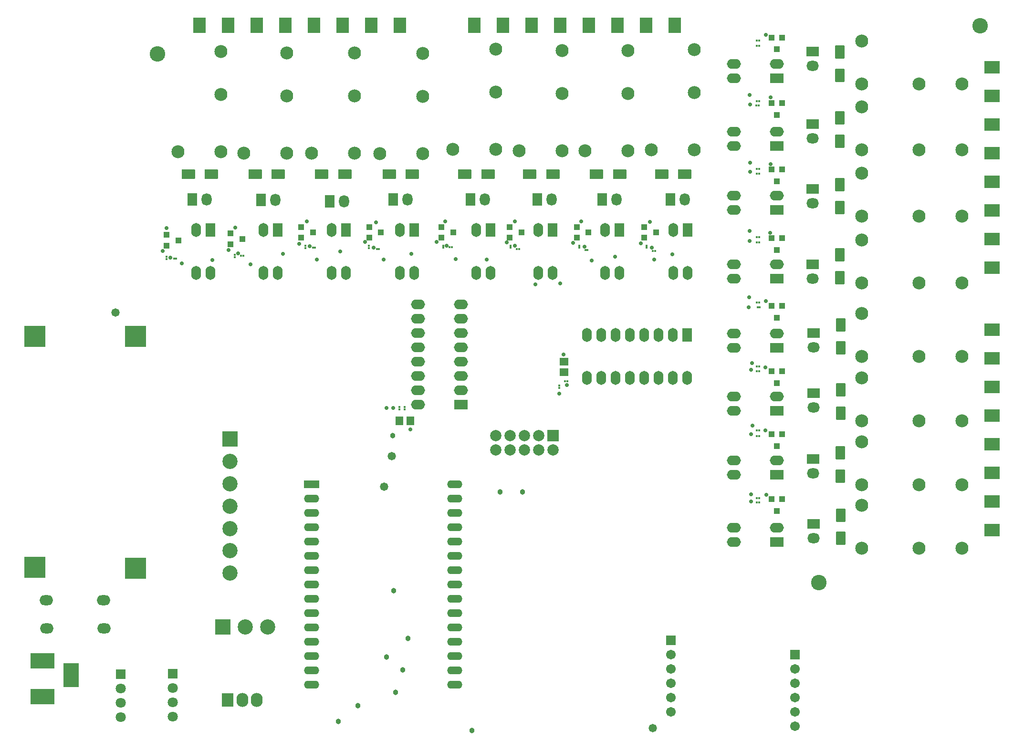
<source format=gts>
G04*
G04 #@! TF.GenerationSoftware,Altium Limited,Altium Designer,24.4.1 (13)*
G04*
G04 Layer_Color=8388736*
%FSLAX25Y25*%
%MOIN*%
G70*
G04*
G04 #@! TF.SameCoordinates,D772E85F-A2A7-474A-8196-155AA2CDE767*
G04*
G04*
G04 #@! TF.FilePolarity,Negative*
G04*
G01*
G75*
G04:AMPARAMS|DCode=30|XSize=95.01mil|YSize=68.24mil|CornerRadius=8.52mil|HoleSize=0mil|Usage=FLASHONLY|Rotation=180.000|XOffset=0mil|YOffset=0mil|HoleType=Round|Shape=RoundedRectangle|*
%AMROUNDEDRECTD30*
21,1,0.09501,0.05120,0,0,180.0*
21,1,0.07797,0.06824,0,0,180.0*
1,1,0.01704,-0.03899,0.02560*
1,1,0.01704,0.03899,0.02560*
1,1,0.01704,0.03899,-0.02560*
1,1,0.01704,-0.03899,-0.02560*
%
%ADD30ROUNDEDRECTD30*%
G04:AMPARAMS|DCode=31|XSize=95.01mil|YSize=68.24mil|CornerRadius=8.52mil|HoleSize=0mil|Usage=FLASHONLY|Rotation=90.000|XOffset=0mil|YOffset=0mil|HoleType=Round|Shape=RoundedRectangle|*
%AMROUNDEDRECTD31*
21,1,0.09501,0.05120,0,0,90.0*
21,1,0.07797,0.06824,0,0,90.0*
1,1,0.01704,0.02560,0.03899*
1,1,0.01704,0.02560,-0.03899*
1,1,0.01704,-0.02560,-0.03899*
1,1,0.01704,-0.02560,0.03899*
%
%ADD31ROUNDEDRECTD31*%
%ADD32R,0.01391X0.01784*%
%ADD33R,0.03950X0.04343*%
%ADD34R,0.01784X0.01391*%
%ADD35R,0.04343X0.03950*%
%ADD36R,0.05524X0.06312*%
%ADD37R,0.06312X0.05524*%
%ADD38C,0.10800*%
%ADD39R,0.08674X0.07099*%
%ADD40O,0.08674X0.07099*%
%ADD41R,0.10642X0.05524*%
%ADD42O,0.10642X0.05524*%
%ADD43R,0.06800X0.09800*%
%ADD44O,0.06800X0.09800*%
%ADD45C,0.07887*%
%ADD46R,0.07887X0.07887*%
%ADD47R,0.14580X0.14580*%
%ADD48C,0.09068*%
%ADD49R,0.10642X0.08674*%
%ADD50R,0.08674X0.10642*%
%ADD51O,0.08300X0.09800*%
%ADD52R,0.08300X0.09800*%
%ADD53C,0.06706*%
%ADD54R,0.06706X0.06706*%
%ADD55C,0.07099*%
%ADD56R,0.07099X0.07099*%
%ADD57C,0.10642*%
%ADD58R,0.10642X0.10642*%
%ADD59O,0.09461X0.07099*%
%ADD60R,0.10800X0.16800*%
%ADD61R,0.16800X0.10800*%
%ADD62O,0.09800X0.06800*%
%ADD63R,0.09800X0.06800*%
%ADD64O,0.07099X0.08674*%
%ADD65R,0.07099X0.08674*%
%ADD66R,0.10642X0.10642*%
%ADD67C,0.03800*%
%ADD68C,0.02800*%
%ADD69C,0.05800*%
D30*
X166629Y394950D02*
D03*
X182771D02*
D03*
X213129D02*
D03*
X229271D02*
D03*
X260229D02*
D03*
X276371D02*
D03*
X313129D02*
D03*
X329271D02*
D03*
X358529D02*
D03*
X374671D02*
D03*
X405129D02*
D03*
X421271D02*
D03*
X450600D02*
D03*
X466742D02*
D03*
X120029D02*
D03*
X136171D02*
D03*
D31*
X575000Y434082D02*
D03*
Y417940D02*
D03*
Y480082D02*
D03*
Y463940D02*
D03*
X575700Y156581D02*
D03*
Y140440D02*
D03*
X575400Y200152D02*
D03*
Y184011D02*
D03*
X575700Y244081D02*
D03*
Y227940D02*
D03*
Y289581D02*
D03*
Y273440D02*
D03*
X575000Y338581D02*
D03*
Y322440D02*
D03*
Y387581D02*
D03*
Y371440D02*
D03*
D32*
X518587Y260600D02*
D03*
X517013D02*
D03*
X519175Y301900D02*
D03*
X517600D02*
D03*
X518587Y211900D02*
D03*
X517013D02*
D03*
X518587Y165600D02*
D03*
X517013D02*
D03*
X518587Y395100D02*
D03*
X517013D02*
D03*
X518587Y446000D02*
D03*
X517013D02*
D03*
X518587Y398701D02*
D03*
X517013D02*
D03*
X518400Y442900D02*
D03*
X516825D02*
D03*
X518587Y351000D02*
D03*
X517013D02*
D03*
X518587Y347100D02*
D03*
X517013D02*
D03*
X518587Y168601D02*
D03*
X517013D02*
D03*
X518587Y215800D02*
D03*
X517013D02*
D03*
X518587Y488200D02*
D03*
X517013D02*
D03*
X518587Y484600D02*
D03*
X517013D02*
D03*
X444513Y341199D02*
D03*
X446088D02*
D03*
X206925Y343500D02*
D03*
X208500D02*
D03*
X251613Y342499D02*
D03*
X253188D02*
D03*
X518587Y305200D02*
D03*
X517013D02*
D03*
X397213Y341799D02*
D03*
X398788D02*
D03*
X156725Y337800D02*
D03*
X158300D02*
D03*
X349525Y342600D02*
D03*
X351100D02*
D03*
X109925Y335900D02*
D03*
X111500D02*
D03*
X302525Y343800D02*
D03*
X304100D02*
D03*
X384600Y250400D02*
D03*
X383025D02*
D03*
X518587Y257200D02*
D03*
X517013D02*
D03*
D33*
X530960Y341869D02*
D03*
X527220Y350137D02*
D03*
X534700D02*
D03*
X530960Y294569D02*
D03*
X527220Y302837D02*
D03*
X534700D02*
D03*
X530960Y248969D02*
D03*
X527220Y257237D02*
D03*
X534700D02*
D03*
X530960Y159569D02*
D03*
X527220Y167837D02*
D03*
X534700D02*
D03*
X530960Y204969D02*
D03*
X527220Y213237D02*
D03*
X534700D02*
D03*
X530960Y390032D02*
D03*
X527220Y398300D02*
D03*
X534700D02*
D03*
X530960Y436232D02*
D03*
X527220Y444500D02*
D03*
X534700D02*
D03*
X530960Y482069D02*
D03*
X527220Y490337D02*
D03*
X534700D02*
D03*
D34*
X440100Y345000D02*
D03*
Y343425D02*
D03*
X201700Y344900D02*
D03*
Y343325D02*
D03*
X245900Y344975D02*
D03*
Y343400D02*
D03*
X267500Y232300D02*
D03*
Y230725D02*
D03*
X104700Y337075D02*
D03*
Y335500D02*
D03*
X152300Y338500D02*
D03*
Y336925D02*
D03*
X297900Y345000D02*
D03*
Y343425D02*
D03*
X393200Y345000D02*
D03*
Y343425D02*
D03*
X345100Y345000D02*
D03*
Y343425D02*
D03*
X271100Y230625D02*
D03*
Y232200D02*
D03*
X379100Y245625D02*
D03*
Y247200D02*
D03*
D35*
X254531Y354240D02*
D03*
X246263Y350500D02*
D03*
Y357980D02*
D03*
X207131Y354240D02*
D03*
X198863Y350500D02*
D03*
Y357980D02*
D03*
X446668Y354240D02*
D03*
X438400Y350500D02*
D03*
Y357980D02*
D03*
X157731Y349700D02*
D03*
X149463Y345960D02*
D03*
Y353440D02*
D03*
X113131Y348700D02*
D03*
X104863Y344960D02*
D03*
Y352440D02*
D03*
X352731Y354240D02*
D03*
X344463Y350500D02*
D03*
Y357980D02*
D03*
X304931Y354240D02*
D03*
X296663Y350500D02*
D03*
Y357980D02*
D03*
X399531Y354240D02*
D03*
X391263Y350500D02*
D03*
Y357980D02*
D03*
D36*
X267500Y222600D02*
D03*
X274980D02*
D03*
D37*
X382300Y256420D02*
D03*
Y263900D02*
D03*
D38*
X673200Y498500D02*
D03*
X98300Y479000D02*
D03*
X560300Y109700D02*
D03*
D39*
X556000Y480511D02*
D03*
X556700Y284011D02*
D03*
X556000Y430011D02*
D03*
Y384600D02*
D03*
Y332011D02*
D03*
X556400Y196011D02*
D03*
X556700Y150511D02*
D03*
Y242011D02*
D03*
D40*
X556000Y470511D02*
D03*
X556700Y274011D02*
D03*
X556000Y420011D02*
D03*
Y374600D02*
D03*
Y322011D02*
D03*
X556400Y186011D02*
D03*
X556700Y140511D02*
D03*
Y232011D02*
D03*
D41*
X206200Y178300D02*
D03*
D42*
Y168300D02*
D03*
Y158300D02*
D03*
Y148300D02*
D03*
Y138300D02*
D03*
Y128300D02*
D03*
Y118300D02*
D03*
Y108300D02*
D03*
Y98300D02*
D03*
Y88300D02*
D03*
Y78300D02*
D03*
Y68300D02*
D03*
Y58300D02*
D03*
Y48300D02*
D03*
Y38300D02*
D03*
X306200Y178300D02*
D03*
Y168300D02*
D03*
Y158300D02*
D03*
Y148300D02*
D03*
Y138300D02*
D03*
Y128300D02*
D03*
Y118300D02*
D03*
Y108300D02*
D03*
Y98300D02*
D03*
Y88300D02*
D03*
Y78300D02*
D03*
Y68300D02*
D03*
Y58300D02*
D03*
Y48300D02*
D03*
Y38300D02*
D03*
D43*
X468400Y282650D02*
D03*
X182500Y355850D02*
D03*
X135300D02*
D03*
X468700D02*
D03*
X277600D02*
D03*
X230000D02*
D03*
X421100D02*
D03*
X374538D02*
D03*
X331000D02*
D03*
D44*
X458400Y282650D02*
D03*
X448400D02*
D03*
X438400D02*
D03*
X428400D02*
D03*
X418400D02*
D03*
X408400D02*
D03*
X398400D02*
D03*
Y252650D02*
D03*
X408400D02*
D03*
X418400D02*
D03*
X428400D02*
D03*
X448400D02*
D03*
X458400D02*
D03*
X468400D02*
D03*
X438400D02*
D03*
X182500Y325850D02*
D03*
X172500D02*
D03*
Y355850D02*
D03*
X135300Y325850D02*
D03*
X125300D02*
D03*
Y355850D02*
D03*
X468700Y325850D02*
D03*
X458700D02*
D03*
Y355850D02*
D03*
X277600Y325850D02*
D03*
X267600D02*
D03*
Y355850D02*
D03*
X230000Y325850D02*
D03*
X220000D02*
D03*
Y355850D02*
D03*
X421100Y325850D02*
D03*
X411100D02*
D03*
Y355850D02*
D03*
X374538Y325850D02*
D03*
X364538D02*
D03*
Y355850D02*
D03*
X331000Y325850D02*
D03*
X321000D02*
D03*
Y355850D02*
D03*
D45*
X364600Y212400D02*
D03*
X354600D02*
D03*
X344600D02*
D03*
X334600D02*
D03*
X344600Y202400D02*
D03*
X354600D02*
D03*
X364600D02*
D03*
X374600D02*
D03*
X334600D02*
D03*
D46*
X374600Y212400D02*
D03*
D47*
X12700Y281650D02*
D03*
X83200D02*
D03*
Y119650D02*
D03*
X12700Y120150D02*
D03*
D48*
X660500Y267511D02*
D03*
X630500D02*
D03*
X590500Y297511D02*
D03*
Y267511D02*
D03*
X660500Y365511D02*
D03*
X630500D02*
D03*
X590500Y395511D02*
D03*
Y365511D02*
D03*
X660500Y319011D02*
D03*
X630500D02*
D03*
X590500Y349011D02*
D03*
Y319011D02*
D03*
X660500Y412011D02*
D03*
X630500D02*
D03*
X590500Y442011D02*
D03*
Y412011D02*
D03*
X660500Y458011D02*
D03*
X630500D02*
D03*
X590500Y488011D02*
D03*
Y458011D02*
D03*
X660500Y222511D02*
D03*
X630500D02*
D03*
X590500Y252511D02*
D03*
Y222511D02*
D03*
X660500Y133511D02*
D03*
X630500D02*
D03*
X590500Y163511D02*
D03*
Y133511D02*
D03*
X660500Y178011D02*
D03*
X630500D02*
D03*
X590500Y208011D02*
D03*
Y178011D02*
D03*
X142800Y480550D02*
D03*
Y450550D02*
D03*
X112800Y410550D02*
D03*
X142800D02*
D03*
X235900Y479450D02*
D03*
Y449450D02*
D03*
X205900Y409450D02*
D03*
X235900D02*
D03*
X283600Y479150D02*
D03*
Y449150D02*
D03*
X253600Y409150D02*
D03*
X283600D02*
D03*
X473300Y481750D02*
D03*
Y451750D02*
D03*
X443300Y411750D02*
D03*
X473300D02*
D03*
X188800Y479650D02*
D03*
Y449650D02*
D03*
X158800Y409650D02*
D03*
X188800D02*
D03*
X427200Y481150D02*
D03*
Y451150D02*
D03*
X397200Y411150D02*
D03*
X427200D02*
D03*
X334800Y482150D02*
D03*
Y452150D02*
D03*
X304800Y412150D02*
D03*
X334800D02*
D03*
X381000Y481250D02*
D03*
Y451250D02*
D03*
X351000Y411250D02*
D03*
X381000D02*
D03*
D49*
X681400Y146250D02*
D03*
Y166250D02*
D03*
Y186250D02*
D03*
Y206250D02*
D03*
Y226250D02*
D03*
Y246250D02*
D03*
Y266250D02*
D03*
Y286250D02*
D03*
Y329700D02*
D03*
Y349700D02*
D03*
Y369700D02*
D03*
Y389700D02*
D03*
Y409700D02*
D03*
Y429700D02*
D03*
Y449700D02*
D03*
Y469700D02*
D03*
D50*
X267800Y498900D02*
D03*
X247800D02*
D03*
X227800D02*
D03*
X207800D02*
D03*
X187800D02*
D03*
X167800D02*
D03*
X147800D02*
D03*
X127800D02*
D03*
X459800D02*
D03*
X439800D02*
D03*
X419800D02*
D03*
X399800D02*
D03*
X379800D02*
D03*
X359800D02*
D03*
X339800D02*
D03*
X319800D02*
D03*
D51*
X167800Y27600D02*
D03*
X157800D02*
D03*
D52*
X147300D02*
D03*
D53*
X457200Y49200D02*
D03*
Y59200D02*
D03*
X543700Y9200D02*
D03*
Y19200D02*
D03*
Y29200D02*
D03*
Y39200D02*
D03*
Y49200D02*
D03*
X457200Y19200D02*
D03*
Y29200D02*
D03*
Y39200D02*
D03*
D54*
Y69200D02*
D03*
X543700Y59200D02*
D03*
D55*
X72800Y15700D02*
D03*
Y25700D02*
D03*
Y35700D02*
D03*
X108900Y16000D02*
D03*
Y26000D02*
D03*
Y36000D02*
D03*
D56*
X72800Y45700D02*
D03*
X108900Y46000D02*
D03*
D57*
X175386Y78500D02*
D03*
X159795D02*
D03*
X149200Y131800D02*
D03*
Y147391D02*
D03*
Y194162D02*
D03*
Y178572D02*
D03*
Y162981D02*
D03*
Y116209D02*
D03*
D58*
X144205Y78500D02*
D03*
D59*
X20700Y97400D02*
D03*
X60700D02*
D03*
X21200Y77500D02*
D03*
X61200D02*
D03*
D60*
X38200Y45000D02*
D03*
D61*
X18200Y30000D02*
D03*
Y55000D02*
D03*
D62*
X501000Y138011D02*
D03*
Y148011D02*
D03*
X531000D02*
D03*
X501000Y185011D02*
D03*
Y195011D02*
D03*
X531000D02*
D03*
X501000Y229511D02*
D03*
Y239511D02*
D03*
X531000D02*
D03*
X280500Y263800D02*
D03*
Y233800D02*
D03*
Y243800D02*
D03*
Y253800D02*
D03*
Y273800D02*
D03*
Y283800D02*
D03*
Y293800D02*
D03*
Y303800D02*
D03*
X310500D02*
D03*
Y293800D02*
D03*
Y283800D02*
D03*
Y273800D02*
D03*
Y263800D02*
D03*
Y253800D02*
D03*
Y243800D02*
D03*
X501000Y273511D02*
D03*
Y283511D02*
D03*
X531000D02*
D03*
X501000Y321811D02*
D03*
Y331811D02*
D03*
X531000D02*
D03*
X501000Y414411D02*
D03*
Y424411D02*
D03*
X531000D02*
D03*
X501000Y370011D02*
D03*
Y380011D02*
D03*
X531000D02*
D03*
X501000Y462011D02*
D03*
Y472011D02*
D03*
X531000D02*
D03*
D63*
Y138011D02*
D03*
Y185011D02*
D03*
Y229511D02*
D03*
X310500Y233800D02*
D03*
X531000Y273511D02*
D03*
Y321811D02*
D03*
Y414411D02*
D03*
Y370011D02*
D03*
Y462011D02*
D03*
D64*
X132800Y377100D02*
D03*
X228700Y376000D02*
D03*
X273000Y377150D02*
D03*
X327000Y377200D02*
D03*
X466800Y377100D02*
D03*
X419000Y377200D02*
D03*
X373600Y377150D02*
D03*
X180700Y377000D02*
D03*
D65*
X122800Y377100D02*
D03*
X218700Y376000D02*
D03*
X263000Y377150D02*
D03*
X317000Y377200D02*
D03*
X456800Y377100D02*
D03*
X409000Y377200D02*
D03*
X363600Y377150D02*
D03*
X170700Y377000D02*
D03*
D66*
X149200Y209753D02*
D03*
D67*
X353500Y173000D02*
D03*
X337600Y172900D02*
D03*
X262800Y212100D02*
D03*
X263400Y103800D02*
D03*
X318000Y6300D02*
D03*
X238400Y23500D02*
D03*
X224800Y12600D02*
D03*
X273400Y70500D02*
D03*
X258500Y57500D02*
D03*
X269700Y48500D02*
D03*
X264700Y32800D02*
D03*
D68*
X523600Y171000D02*
D03*
X523200Y216000D02*
D03*
X522900Y259900D02*
D03*
X523500Y306200D02*
D03*
X523400Y492100D02*
D03*
X526800Y448600D02*
D03*
X526700Y401800D02*
D03*
X526500Y353900D02*
D03*
X436000Y346700D02*
D03*
X388800Y346800D02*
D03*
X342400Y347100D02*
D03*
X293400Y347600D02*
D03*
X243300Y347500D02*
D03*
X197300Y346200D02*
D03*
X148000Y341900D02*
D03*
X102100Y341200D02*
D03*
X384300Y247600D02*
D03*
X379100Y241600D02*
D03*
X382200Y269000D02*
D03*
X275200Y216700D02*
D03*
X263000Y231600D02*
D03*
X258300Y231700D02*
D03*
X379700Y318700D02*
D03*
X362300Y318000D02*
D03*
X115300Y332500D02*
D03*
X136700Y334900D02*
D03*
X163300Y331900D02*
D03*
X256400Y335300D02*
D03*
X209600Y335400D02*
D03*
X328500D02*
D03*
X306800Y335500D02*
D03*
X401700Y334600D02*
D03*
X186000Y339100D02*
D03*
X226100Y340800D02*
D03*
X275700Y339300D02*
D03*
X417900Y337400D02*
D03*
X512900Y166200D02*
D03*
Y213400D02*
D03*
X511400Y301800D02*
D03*
X511700Y308900D02*
D03*
X445300Y335400D02*
D03*
X513100Y171400D02*
D03*
X513900Y219300D02*
D03*
X513200Y258100D02*
D03*
X513700Y262900D02*
D03*
X458100Y338800D02*
D03*
X512200Y348200D02*
D03*
Y355300D02*
D03*
X512300Y396500D02*
D03*
X512400Y402900D02*
D03*
X512200Y450400D02*
D03*
X512400Y443600D02*
D03*
X104700Y357300D02*
D03*
X107500Y336700D02*
D03*
X202700Y361900D02*
D03*
X300300Y344800D02*
D03*
X249300Y343600D02*
D03*
X443800Y343700D02*
D03*
X442500Y361600D02*
D03*
X204600Y344700D02*
D03*
X396800Y344300D02*
D03*
X394300Y361900D02*
D03*
X299300Y362000D02*
D03*
X347900Y344800D02*
D03*
Y361800D02*
D03*
X251100Y361400D02*
D03*
X152800Y357500D02*
D03*
X154600Y339500D02*
D03*
D69*
X444300Y7800D02*
D03*
X262000Y197900D02*
D03*
X256600Y176500D02*
D03*
X69000Y298400D02*
D03*
M02*

</source>
